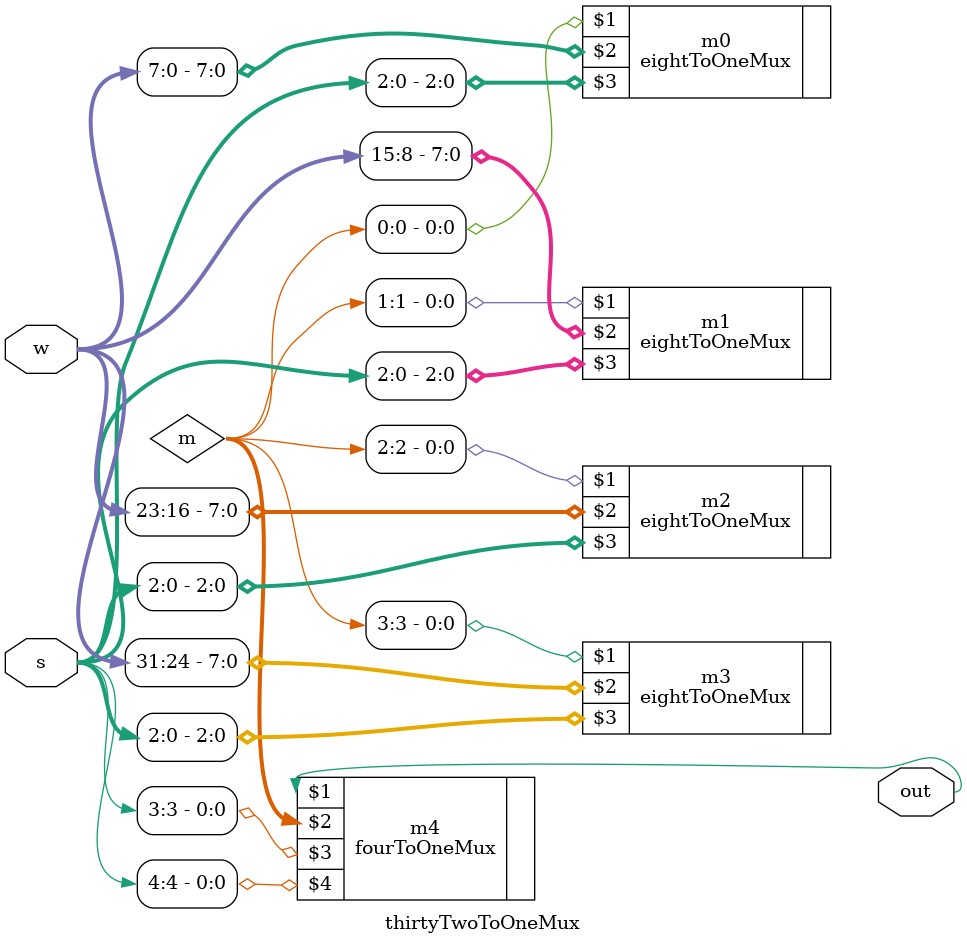
<source format=v>
`include "eightToOneMux.v"

module thirtyTwoToOneMux(out, w, s);
	output out;
	input [31:0] w;
	input [4:0] s;
	wire [3:0] m;

	eightToOneMux m0(m[0], w[7:0], s[2:0]);
	eightToOneMux m1(m[1], w[15:8], s[2:0]);
	eightToOneMux m2(m[2], w[23:16], s[2:0]);
	eightToOneMux m3(m[3], w[31:24], s[2:0]);
	fourToOneMux m4(out, m[3:0], s[3], s[4]);

endmodule

</source>
